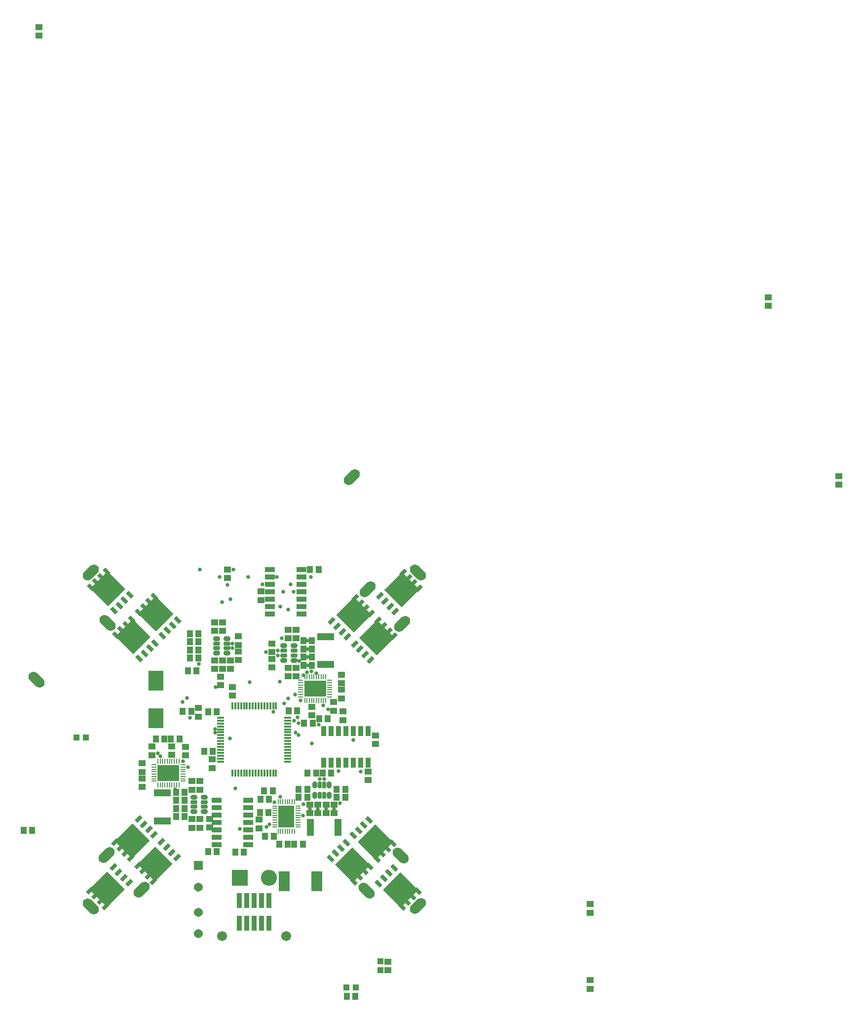
<source format=gts>
G04*
G04 #@! TF.GenerationSoftware,Altium Limited,Altium Designer,25.8.1 (18)*
G04*
G04 Layer_Color=8388736*
%FSLAX44Y44*%
%MOMM*%
G71*
G04*
G04 #@! TF.SameCoordinates,A8D3B3E1-CBBC-48C7-8EAF-3341E4FBDCCF*
G04*
G04*
G04 #@! TF.FilePolarity,Negative*
G04*
G01*
G75*
%ADD22R,0.9061X0.1925*%
%ADD25R,0.1925X0.9061*%
%ADD29R,0.3048X1.1938*%
%ADD31R,2.5000X3.5000*%
%ADD32R,1.1938X0.3048*%
%ADD40R,1.8500X3.4000*%
%ADD44R,0.8532X1.7032*%
%ADD45R,1.2032X1.0032*%
%ADD46R,1.7032X0.8532*%
%ADD47R,1.0032X1.2032*%
%ADD48R,2.8732X1.2732*%
%ADD49R,3.8000X2.8000*%
%ADD50R,1.2732X2.8732*%
%ADD51R,2.8000X3.8000*%
%ADD52R,0.9632X2.6032*%
G04:AMPARAMS|DCode=53|XSize=1.1032mm|YSize=0.8132mm|CornerRadius=0.2541mm|HoleSize=0mm|Usage=FLASHONLY|Rotation=0.000|XOffset=0mm|YOffset=0mm|HoleType=Round|Shape=RoundedRectangle|*
%AMROUNDEDRECTD53*
21,1,1.1032,0.3050,0,0,0.0*
21,1,0.5950,0.8132,0,0,0.0*
1,1,0.5082,0.2975,-0.1525*
1,1,0.5082,-0.2975,-0.1525*
1,1,0.5082,-0.2975,0.1525*
1,1,0.5082,0.2975,0.1525*
%
%ADD53ROUNDEDRECTD53*%
G04:AMPARAMS|DCode=54|XSize=1.1032mm|YSize=0.7332mm|CornerRadius=0.2341mm|HoleSize=0mm|Usage=FLASHONLY|Rotation=0.000|XOffset=0mm|YOffset=0mm|HoleType=Round|Shape=RoundedRectangle|*
%AMROUNDEDRECTD54*
21,1,1.1032,0.2650,0,0,0.0*
21,1,0.6350,0.7332,0,0,0.0*
1,1,0.4682,0.3175,-0.1325*
1,1,0.4682,-0.3175,-0.1325*
1,1,0.4682,-0.3175,0.1325*
1,1,0.4682,0.3175,0.1325*
%
%ADD54ROUNDEDRECTD54*%
G04:AMPARAMS|DCode=55|XSize=1.7272mm|YSize=3.2032mm|CornerRadius=0mm|HoleSize=0mm|Usage=FLASHONLY|Rotation=315.000|XOffset=0mm|YOffset=0mm|HoleType=Round|Shape=Round|*
%AMOVALD55*
21,1,1.4760,1.7272,0.0000,0.0000,45.0*
1,1,1.7272,-0.5219,-0.5219*
1,1,1.7272,0.5219,0.5219*
%
%ADD55OVALD55*%

G04:AMPARAMS|DCode=56|XSize=1.2192mm|YSize=0.6604mm|CornerRadius=0mm|HoleSize=0mm|Usage=FLASHONLY|Rotation=225.000|XOffset=0mm|YOffset=0mm|HoleType=Round|Shape=Rectangle|*
%AMROTATEDRECTD56*
4,1,4,0.1976,0.6645,0.6645,0.1976,-0.1976,-0.6645,-0.6645,-0.1976,0.1976,0.6645,0.0*
%
%ADD56ROTATEDRECTD56*%

%ADD57R,1.0032X1.0032*%
G04:AMPARAMS|DCode=58|XSize=1.2192mm|YSize=0.6604mm|CornerRadius=0mm|HoleSize=0mm|Usage=FLASHONLY|Rotation=135.000|XOffset=0mm|YOffset=0mm|HoleType=Round|Shape=Rectangle|*
%AMROTATEDRECTD58*
4,1,4,0.6645,-0.1976,0.1976,-0.6645,-0.6645,0.1976,-0.1976,0.6645,0.6645,-0.1976,0.0*
%
%ADD58ROTATEDRECTD58*%

G04:AMPARAMS|DCode=59|XSize=1.7272mm|YSize=3.2032mm|CornerRadius=0mm|HoleSize=0mm|Usage=FLASHONLY|Rotation=45.000|XOffset=0mm|YOffset=0mm|HoleType=Round|Shape=Round|*
%AMOVALD59*
21,1,1.4760,1.7272,0.0000,0.0000,135.0*
1,1,1.7272,0.5219,-0.5219*
1,1,1.7272,-0.5219,0.5219*
%
%ADD59OVALD59*%

G04:AMPARAMS|DCode=60|XSize=1.1032mm|YSize=0.8132mm|CornerRadius=0.2541mm|HoleSize=0mm|Usage=FLASHONLY|Rotation=90.000|XOffset=0mm|YOffset=0mm|HoleType=Round|Shape=RoundedRectangle|*
%AMROUNDEDRECTD60*
21,1,1.1032,0.3050,0,0,90.0*
21,1,0.5950,0.8132,0,0,90.0*
1,1,0.5082,0.1525,0.2975*
1,1,0.5082,0.1525,-0.2975*
1,1,0.5082,-0.1525,-0.2975*
1,1,0.5082,-0.1525,0.2975*
%
%ADD60ROUNDEDRECTD60*%
G04:AMPARAMS|DCode=61|XSize=1.1032mm|YSize=0.7332mm|CornerRadius=0.2341mm|HoleSize=0mm|Usage=FLASHONLY|Rotation=90.000|XOffset=0mm|YOffset=0mm|HoleType=Round|Shape=RoundedRectangle|*
%AMROUNDEDRECTD61*
21,1,1.1032,0.2650,0,0,90.0*
21,1,0.6350,0.7332,0,0,90.0*
1,1,0.4682,0.1325,0.3175*
1,1,0.4682,0.1325,-0.3175*
1,1,0.4682,-0.1325,-0.3175*
1,1,0.4682,-0.1325,0.3175*
%
%ADD61ROUNDEDRECTD61*%
%ADD62R,1.0032X1.0032*%
%ADD63C,2.7532*%
%ADD64C,1.5402*%
%ADD65R,1.5402X1.5402*%
%ADD66R,2.7532X2.7532*%
%ADD67C,1.7112*%
%ADD68C,0.6532*%
G36*
X-251402Y288430D02*
X-251272Y288404D01*
X-251145Y288361D01*
X-251026Y288302D01*
X-250915Y288228D01*
X-250815Y288140D01*
X-221899Y259224D01*
X-221811Y259124D01*
X-221737Y259013D01*
X-221678Y258894D01*
X-221635Y258768D01*
X-221609Y258637D01*
X-221601Y258504D01*
X-221609Y258371D01*
X-221635Y258241D01*
X-221678Y258114D01*
X-221737Y257995D01*
X-221811Y257884D01*
X-221899Y257784D01*
X-250277Y229407D01*
X-250377Y229319D01*
X-250487Y229245D01*
X-250607Y229186D01*
X-250733Y229143D01*
X-250864Y229117D01*
X-250996Y229108D01*
X-251129Y229117D01*
X-251260Y229143D01*
X-251386Y229186D01*
X-251426Y229205D01*
X-251506Y229245D01*
X-251616Y229319D01*
X-251716Y229407D01*
X-280633Y258323D01*
X-280721Y258423D01*
X-280795Y258534D01*
X-280854Y258653D01*
X-280896Y258780D01*
X-280922Y258910D01*
X-280931Y259043D01*
X-280922Y259176D01*
X-280896Y259307D01*
X-280854Y259433D01*
X-280795Y259552D01*
X-280721Y259663D01*
X-280633Y259763D01*
X-252255Y288140D01*
X-252155Y288228D01*
X-252044Y288302D01*
X-251925Y288361D01*
X-251799Y288404D01*
X-251668Y288430D01*
X-251535Y288439D01*
X-251402Y288430D01*
D02*
G37*
G36*
X253648Y286744D02*
X253778Y286718D01*
X253905Y286675D01*
X254024Y286616D01*
X254135Y286542D01*
X254235Y286454D01*
X282612Y258077D01*
X282700Y257976D01*
X282774Y257866D01*
X282833Y257746D01*
X282876Y257620D01*
X282902Y257490D01*
X282911Y257357D01*
X282902Y257224D01*
X282876Y257093D01*
X282833Y256967D01*
X282774Y256848D01*
X282700Y256737D01*
X282612Y256637D01*
X253696Y227720D01*
X253596Y227633D01*
X253485Y227558D01*
X253366Y227500D01*
X253240Y227457D01*
X253109Y227431D01*
X252976Y227422D01*
X252843Y227431D01*
X252712Y227457D01*
X252586Y227500D01*
X252467Y227558D01*
X252356Y227633D01*
X252256Y227720D01*
X223878Y256098D01*
X223791Y256198D01*
X223717Y256309D01*
X223658Y256428D01*
X223615Y256554D01*
X223589Y256685D01*
X223580Y256818D01*
X223589Y256951D01*
X223615Y257081D01*
X223658Y257207D01*
X223717Y257327D01*
X223791Y257438D01*
X223878Y257538D01*
X252795Y286454D01*
X252895Y286542D01*
X253006Y286616D01*
X253125Y286675D01*
X253251Y286718D01*
X253382Y286744D01*
X253515Y286752D01*
X253648Y286744D01*
D02*
G37*
G36*
X-168913Y245436D02*
X-168783Y245410D01*
X-168657Y245367D01*
X-168537Y245308D01*
X-168426Y245234D01*
X-168326Y245146D01*
X-139410Y216230D01*
X-139322Y216130D01*
X-139248Y216019D01*
X-139189Y215900D01*
X-139146Y215773D01*
X-139120Y215643D01*
X-139112Y215510D01*
X-139120Y215377D01*
X-139146Y215246D01*
X-139189Y215120D01*
X-139248Y215001D01*
X-139322Y214890D01*
X-139410Y214790D01*
X-167787Y186412D01*
X-167888Y186325D01*
X-167998Y186250D01*
X-168118Y186192D01*
X-168244Y186149D01*
X-168375Y186123D01*
X-168507Y186114D01*
X-168640Y186123D01*
X-168771Y186149D01*
X-168897Y186192D01*
X-169017Y186250D01*
X-169127Y186325D01*
X-169227Y186412D01*
X-198144Y215329D01*
X-198232Y215429D01*
X-198306Y215540D01*
X-198365Y215659D01*
X-198407Y215785D01*
X-198433Y215916D01*
X-198442Y216049D01*
X-198433Y216182D01*
X-198407Y216312D01*
X-198365Y216438D01*
X-198306Y216558D01*
X-198232Y216668D01*
X-198144Y216769D01*
X-169766Y245146D01*
X-169666Y245234D01*
X-169555Y245308D01*
X-169436Y245367D01*
X-169310Y245410D01*
X-169179Y245436D01*
X-169046Y245445D01*
X-168913Y245436D01*
D02*
G37*
G36*
X171399Y243509D02*
X171530Y243483D01*
X171656Y243440D01*
X171776Y243381D01*
X171886Y243307D01*
X171987Y243219D01*
X200364Y214842D01*
X200452Y214742D01*
X200526Y214631D01*
X200585Y214512D01*
X200627Y214386D01*
X200653Y214255D01*
X200662Y214122D01*
X200653Y213989D01*
X200627Y213859D01*
X200585Y213732D01*
X200526Y213613D01*
X200452Y213502D01*
X200364Y213402D01*
X171448Y184486D01*
X171347Y184398D01*
X171237Y184324D01*
X171117Y184265D01*
X170991Y184222D01*
X170861Y184196D01*
X170728Y184187D01*
X170595Y184196D01*
X170464Y184222D01*
X170338Y184265D01*
X170219Y184324D01*
X170108Y184398D01*
X170008Y184486D01*
X141630Y212863D01*
X141542Y212963D01*
X141468Y213074D01*
X141409Y213193D01*
X141367Y213319D01*
X141341Y213450D01*
X141332Y213583D01*
X141341Y213716D01*
X141367Y213846D01*
X141409Y213973D01*
X141468Y214092D01*
X141542Y214203D01*
X141630Y214303D01*
X170546Y243219D01*
X170647Y243307D01*
X170757Y243381D01*
X170877Y243440D01*
X171003Y243483D01*
X171134Y243509D01*
X171266Y243518D01*
X171399Y243509D01*
D02*
G37*
G36*
X-208168Y206182D02*
X-208037Y206155D01*
X-207911Y206113D01*
X-207792Y206054D01*
X-207681Y205980D01*
X-207581Y205892D01*
X-178664Y176976D01*
X-178664Y176976D01*
X-178576Y176875D01*
X-178502Y176765D01*
X-178443Y176645D01*
X-178400Y176519D01*
X-178375Y176388D01*
X-178366Y176256D01*
X-178375Y176123D01*
X-178400Y175992D01*
X-178443Y175866D01*
X-178463Y175826D01*
X-178502Y175746D01*
X-178576Y175636D01*
X-178664Y175536D01*
X-207042Y147158D01*
X-207142Y147070D01*
X-207253Y146996D01*
X-207372Y146937D01*
X-207498Y146895D01*
X-207629Y146869D01*
X-207762Y146860D01*
X-207895Y146869D01*
X-208025Y146895D01*
X-208151Y146937D01*
X-208271Y146996D01*
X-208382Y147070D01*
X-208482Y147158D01*
X-237398Y176075D01*
X-237486Y176175D01*
X-237560Y176285D01*
X-237619Y176405D01*
X-237662Y176531D01*
X-237688Y176662D01*
X-237696Y176795D01*
X-237688Y176928D01*
X-237662Y177058D01*
X-237619Y177184D01*
X-237560Y177304D01*
X-237486Y177414D01*
X-237398Y177514D01*
X-209021Y205892D01*
X-208920Y205980D01*
X-208810Y206054D01*
X-208690Y206113D01*
X-208564Y206155D01*
X-208433Y206182D01*
X-208301Y206190D01*
X-208168Y206182D01*
D02*
G37*
G36*
X210654Y204255D02*
X210784Y204229D01*
X210910Y204186D01*
X211030Y204127D01*
X211140Y204053D01*
X211241Y203965D01*
X239618Y175588D01*
X239706Y175487D01*
X239780Y175377D01*
X239839Y175257D01*
X239882Y175131D01*
X239908Y175001D01*
X239916Y174868D01*
X239908Y174735D01*
X239882Y174604D01*
X239839Y174478D01*
X239780Y174359D01*
X239706Y174248D01*
X239618Y174148D01*
X210702Y145231D01*
X210602Y145143D01*
X210491Y145070D01*
X210371Y145011D01*
X210245Y144968D01*
X210115Y144942D01*
X209982Y144933D01*
X209849Y144942D01*
X209718Y144968D01*
X209592Y145011D01*
X209473Y145070D01*
X209362Y145143D01*
X209262Y145231D01*
X180884Y173609D01*
X180797Y173709D01*
X180722Y173820D01*
X180664Y173939D01*
X180621Y174065D01*
X180595Y174196D01*
X180586Y174329D01*
X180595Y174462D01*
X180621Y174592D01*
X180664Y174718D01*
X180722Y174838D01*
X180797Y174949D01*
X180884Y175049D01*
X209801Y203965D01*
X209901Y204053D01*
X210012Y204127D01*
X210131Y204186D01*
X210257Y204229D01*
X210388Y204255D01*
X210521Y204263D01*
X210654Y204255D01*
D02*
G37*
G36*
X-209018Y-144222D02*
X-208888Y-144248D01*
X-208762Y-144291D01*
X-208642Y-144349D01*
X-208531Y-144424D01*
X-208431Y-144511D01*
X-180054Y-172889D01*
X-179966Y-172989D01*
X-179892Y-173100D01*
X-179833Y-173219D01*
X-179790Y-173345D01*
X-179764Y-173476D01*
X-179755Y-173609D01*
X-179764Y-173742D01*
X-179790Y-173872D01*
X-179833Y-173999D01*
X-179852Y-174038D01*
X-179892Y-174118D01*
X-179966Y-174229D01*
X-180054Y-174329D01*
X-208970Y-203245D01*
X-209070Y-203333D01*
X-209181Y-203407D01*
X-209300Y-203466D01*
X-209427Y-203509D01*
X-209557Y-203535D01*
X-209690Y-203543D01*
X-209823Y-203535D01*
X-209954Y-203509D01*
X-210080Y-203466D01*
X-210199Y-203407D01*
X-210310Y-203333D01*
X-210410Y-203245D01*
X-238788Y-174868D01*
X-238876Y-174768D01*
X-238950Y-174657D01*
X-239008Y-174537D01*
X-239051Y-174411D01*
X-239077Y-174281D01*
X-239086Y-174148D01*
X-239077Y-174015D01*
X-239051Y-173884D01*
X-239008Y-173758D01*
X-238989Y-173719D01*
X-238950Y-173639D01*
X-238876Y-173528D01*
X-238788Y-173428D01*
X-209871Y-144511D01*
X-209771Y-144424D01*
X-209660Y-144349D01*
X-209541Y-144291D01*
X-209415Y-144248D01*
X-209284Y-144222D01*
X-209151Y-144213D01*
X-209018Y-144222D01*
D02*
G37*
G36*
X207874Y-145659D02*
X208005Y-145684D01*
X208131Y-145727D01*
X208250Y-145786D01*
X208361Y-145860D01*
X208461Y-145948D01*
X237377Y-174865D01*
X237465Y-174965D01*
X237539Y-175075D01*
X237598Y-175195D01*
X237641Y-175321D01*
X237667Y-175452D01*
X237676Y-175584D01*
X237667Y-175717D01*
X237641Y-175848D01*
X237598Y-175974D01*
X237539Y-176094D01*
X237465Y-176204D01*
X237377Y-176304D01*
X209000Y-204682D01*
X208900Y-204770D01*
X208789Y-204844D01*
X208670Y-204903D01*
X208543Y-204946D01*
X208413Y-204972D01*
X208280Y-204980D01*
X208147Y-204972D01*
X208016Y-204946D01*
X207890Y-204903D01*
X207771Y-204844D01*
X207660Y-204770D01*
X207560Y-204682D01*
X178643Y-175766D01*
X178556Y-175665D01*
X178482Y-175555D01*
X178423Y-175435D01*
X178380Y-175309D01*
X178354Y-175179D01*
X178345Y-175046D01*
X178354Y-174913D01*
X178380Y-174782D01*
X178423Y-174656D01*
X178482Y-174536D01*
X178556Y-174426D01*
X178643Y-174326D01*
X207021Y-145948D01*
X207121Y-145860D01*
X207232Y-145786D01*
X207351Y-145727D01*
X207478Y-145684D01*
X207608Y-145659D01*
X207741Y-145650D01*
X207874Y-145659D01*
D02*
G37*
G36*
X-169764Y-183476D02*
X-169634Y-183502D01*
X-169507Y-183545D01*
X-169388Y-183604D01*
X-169277Y-183678D01*
X-169177Y-183766D01*
X-140800Y-212143D01*
X-140712Y-212243D01*
X-140638Y-212354D01*
X-140579Y-212474D01*
X-140536Y-212600D01*
X-140510Y-212730D01*
X-140501Y-212863D01*
X-140510Y-212996D01*
X-140536Y-213127D01*
X-140579Y-213253D01*
X-140638Y-213372D01*
X-140712Y-213483D01*
X-140800Y-213583D01*
X-169716Y-242500D01*
X-169816Y-242587D01*
X-169927Y-242661D01*
X-170046Y-242720D01*
X-170172Y-242763D01*
X-170303Y-242789D01*
X-170436Y-242798D01*
X-170569Y-242789D01*
X-170699Y-242763D01*
X-170826Y-242720D01*
X-170945Y-242661D01*
X-171056Y-242587D01*
X-171156Y-242500D01*
X-199533Y-214122D01*
X-199621Y-214022D01*
X-199695Y-213911D01*
X-199754Y-213792D01*
X-199797Y-213666D01*
X-199823Y-213535D01*
X-199832Y-213402D01*
X-199823Y-213269D01*
X-199797Y-213138D01*
X-199754Y-213012D01*
X-199695Y-212893D01*
X-199621Y-212782D01*
X-199533Y-212682D01*
X-170617Y-183766D01*
X-170517Y-183678D01*
X-170406Y-183604D01*
X-170287Y-183545D01*
X-170161Y-183502D01*
X-170030Y-183476D01*
X-169897Y-183467D01*
X-169764Y-183476D01*
D02*
G37*
G36*
X168620Y-184913D02*
X168750Y-184939D01*
X168876Y-184981D01*
X168996Y-185040D01*
X169107Y-185114D01*
X169207Y-185202D01*
X198123Y-214119D01*
X198211Y-214219D01*
X198285Y-214330D01*
X198344Y-214449D01*
X198387Y-214575D01*
X198413Y-214706D01*
X198421Y-214839D01*
X198413Y-214972D01*
X198387Y-215102D01*
X198344Y-215228D01*
X198285Y-215348D01*
X198211Y-215459D01*
X198123Y-215559D01*
X169746Y-243936D01*
X169646Y-244024D01*
X169535Y-244098D01*
X169415Y-244157D01*
X169289Y-244200D01*
X169159Y-244226D01*
X169026Y-244234D01*
X168893Y-244226D01*
X168762Y-244200D01*
X168636Y-244157D01*
X168517Y-244098D01*
X168406Y-244024D01*
X168306Y-243936D01*
X139389Y-215020D01*
X139302Y-214920D01*
X139228Y-214809D01*
X139169Y-214690D01*
X139126Y-214563D01*
X139100Y-214433D01*
X139091Y-214300D01*
X139100Y-214167D01*
X139126Y-214036D01*
X139169Y-213910D01*
X139228Y-213791D01*
X139302Y-213680D01*
X139389Y-213580D01*
X167767Y-185202D01*
X167867Y-185114D01*
X167978Y-185040D01*
X168097Y-184981D01*
X168223Y-184939D01*
X168354Y-184913D01*
X168487Y-184904D01*
X168620Y-184913D01*
D02*
G37*
G36*
X-252013Y-226711D02*
X-251882Y-226737D01*
X-251756Y-226780D01*
X-251637Y-226838D01*
X-251526Y-226912D01*
X-251426Y-227000D01*
X-223048Y-255378D01*
X-222960Y-255478D01*
X-222886Y-255589D01*
X-222827Y-255708D01*
X-222784Y-255834D01*
X-222759Y-255965D01*
X-222750Y-256098D01*
X-222759Y-256231D01*
X-222784Y-256361D01*
X-222827Y-256488D01*
X-222886Y-256607D01*
X-222960Y-256718D01*
X-223048Y-256818D01*
X-251964Y-285734D01*
X-252064Y-285822D01*
X-252175Y-285896D01*
X-252295Y-285955D01*
X-252421Y-285998D01*
X-252551Y-286024D01*
X-252684Y-286032D01*
X-252817Y-286024D01*
X-252948Y-285998D01*
X-253074Y-285955D01*
X-253193Y-285896D01*
X-253304Y-285822D01*
X-253404Y-285734D01*
X-281782Y-257357D01*
X-281870Y-257257D01*
X-281944Y-257146D01*
X-282003Y-257026D01*
X-282045Y-256900D01*
X-282071Y-256770D01*
X-282080Y-256637D01*
X-282071Y-256504D01*
X-282045Y-256373D01*
X-282003Y-256247D01*
X-281983Y-256208D01*
X-281944Y-256128D01*
X-281870Y-256017D01*
X-281782Y-255917D01*
X-252866Y-227000D01*
X-252765Y-226912D01*
X-252655Y-226838D01*
X-252535Y-226780D01*
X-252409Y-226737D01*
X-252278Y-226711D01*
X-252146Y-226702D01*
X-252013Y-226711D01*
D02*
G37*
G36*
X251109Y-227907D02*
X251239Y-227933D01*
X251366Y-227976D01*
X251485Y-228035D01*
X251596Y-228109D01*
X251696Y-228197D01*
X280612Y-257113D01*
X280700Y-257213D01*
X280774Y-257324D01*
X280833Y-257443D01*
X280876Y-257569D01*
X280902Y-257700D01*
X280910Y-257833D01*
X280902Y-257966D01*
X280876Y-258096D01*
X280833Y-258223D01*
X280774Y-258342D01*
X280700Y-258453D01*
X280612Y-258553D01*
X252235Y-286931D01*
X252134Y-287018D01*
X252024Y-287092D01*
X251904Y-287151D01*
X251778Y-287194D01*
X251647Y-287220D01*
X251515Y-287229D01*
X251382Y-287220D01*
X251251Y-287194D01*
X251125Y-287151D01*
X251005Y-287092D01*
X250895Y-287018D01*
X250795Y-286931D01*
X221878Y-258014D01*
X221790Y-257914D01*
X221716Y-257803D01*
X221658Y-257684D01*
X221615Y-257558D01*
X221589Y-257427D01*
X221580Y-257294D01*
X221589Y-257161D01*
X221615Y-257031D01*
X221658Y-256904D01*
X221716Y-256785D01*
X221790Y-256674D01*
X221878Y-256574D01*
X250256Y-228197D01*
X250356Y-228109D01*
X250467Y-228035D01*
X250586Y-227976D01*
X250712Y-227933D01*
X250843Y-227907D01*
X250976Y-227898D01*
X251109Y-227907D01*
D02*
G37*
D22*
X35102Y-117865D02*
D03*
X75162Y-125865D02*
D03*
Y-133865D02*
D03*
X35102Y-125865D02*
D03*
X-122238Y-43258D02*
D03*
Y-47258D02*
D03*
Y-51258D02*
D03*
Y-55258D02*
D03*
Y-59258D02*
D03*
Y-63258D02*
D03*
Y-67258D02*
D03*
Y-71258D02*
D03*
X-172298D02*
D03*
Y-67258D02*
D03*
Y-63258D02*
D03*
Y-59258D02*
D03*
Y-55258D02*
D03*
Y-51258D02*
D03*
Y-47258D02*
D03*
Y-43258D02*
D03*
X35102Y-129865D02*
D03*
Y-113865D02*
D03*
X79618Y73376D02*
D03*
Y77376D02*
D03*
Y81376D02*
D03*
Y85376D02*
D03*
Y89376D02*
D03*
Y93376D02*
D03*
Y97376D02*
D03*
Y101376D02*
D03*
X129678Y97376D02*
D03*
Y81376D02*
D03*
Y77376D02*
D03*
Y89376D02*
D03*
Y73376D02*
D03*
Y101376D02*
D03*
Y85376D02*
D03*
Y93376D02*
D03*
X75162Y-113865D02*
D03*
Y-117865D02*
D03*
Y-121865D02*
D03*
Y-129865D02*
D03*
Y-137865D02*
D03*
Y-141865D02*
D03*
Y-145865D02*
D03*
Y-149865D02*
D03*
X35102D02*
D03*
Y-145865D02*
D03*
Y-141865D02*
D03*
Y-137865D02*
D03*
Y-133865D02*
D03*
Y-121865D02*
D03*
D25*
X-141268Y-77288D02*
D03*
X-149268D02*
D03*
X-141268Y-37228D02*
D03*
X106648Y107406D02*
D03*
X98648Y107406D02*
D03*
Y67346D02*
D03*
X-129268Y-77288D02*
D03*
X-133268D02*
D03*
X-137268D02*
D03*
X-145268D02*
D03*
X-153268D02*
D03*
X-157268D02*
D03*
X-161268D02*
D03*
X-165268D02*
D03*
Y-37228D02*
D03*
X-161268D02*
D03*
X-157268D02*
D03*
X-153268D02*
D03*
X-149268D02*
D03*
X-137268D02*
D03*
X-133268D02*
D03*
X-129268D02*
D03*
X-145268D02*
D03*
X102648Y67346D02*
D03*
X86648Y67346D02*
D03*
Y107406D02*
D03*
X90648D02*
D03*
X94648D02*
D03*
X102648Y107406D02*
D03*
X118648Y67346D02*
D03*
X114648D02*
D03*
X110648D02*
D03*
X106648Y67346D02*
D03*
X94648Y67346D02*
D03*
X90648D02*
D03*
X122648D02*
D03*
Y107406D02*
D03*
X118648D02*
D03*
X114648D02*
D03*
X110648D02*
D03*
X41132Y-106835D02*
D03*
X45132D02*
D03*
X49132D02*
D03*
X53132D02*
D03*
X57132D02*
D03*
X61132D02*
D03*
X65132D02*
D03*
X69132D02*
D03*
Y-156895D02*
D03*
X65132D02*
D03*
X61132D02*
D03*
X57132D02*
D03*
X53132D02*
D03*
X49132D02*
D03*
X45132D02*
D03*
X41132D02*
D03*
D29*
X-32500Y57500D02*
D03*
Y-57500D02*
D03*
X-37500Y57500D02*
D03*
X37500Y-57500D02*
D03*
X-27500D02*
D03*
X27500D02*
D03*
X22500D02*
D03*
X17500D02*
D03*
X-17500Y57500D02*
D03*
X-27500D02*
D03*
X-22500D02*
D03*
X-12500D02*
D03*
X-7500D02*
D03*
X-2500D02*
D03*
X2500D02*
D03*
X7500D02*
D03*
X12500D02*
D03*
X17500D02*
D03*
X22500D02*
D03*
X27500D02*
D03*
X32500D02*
D03*
X37500D02*
D03*
X32500Y-57500D02*
D03*
X12500D02*
D03*
X7500D02*
D03*
X2500D02*
D03*
X-2500D02*
D03*
X-7500D02*
D03*
X-12500D02*
D03*
X-17500D02*
D03*
X-22500D02*
D03*
X-37500D02*
D03*
D31*
X-168402Y36334D02*
D03*
Y101334D02*
D03*
D32*
X-57500Y-17500D02*
D03*
X57500Y37500D02*
D03*
X-57500D02*
D03*
Y-22500D02*
D03*
X57500Y-32500D02*
D03*
Y-27500D02*
D03*
Y-12500D02*
D03*
Y-17500D02*
D03*
Y-22500D02*
D03*
Y-37500D02*
D03*
Y32500D02*
D03*
Y27500D02*
D03*
Y22500D02*
D03*
Y17500D02*
D03*
Y12500D02*
D03*
Y7500D02*
D03*
Y2500D02*
D03*
Y-2500D02*
D03*
Y-7500D02*
D03*
X-57500Y-37500D02*
D03*
Y-32500D02*
D03*
Y-27500D02*
D03*
Y-12500D02*
D03*
Y-7500D02*
D03*
Y-2500D02*
D03*
Y2500D02*
D03*
Y7500D02*
D03*
Y12500D02*
D03*
Y17500D02*
D03*
Y22500D02*
D03*
Y27500D02*
D03*
Y32500D02*
D03*
D40*
X51752Y-242570D02*
D03*
X107252D02*
D03*
D44*
X195326Y-39192D02*
D03*
X182626D02*
D03*
X144526D02*
D03*
X131826D02*
D03*
X119126D02*
D03*
Y14808D02*
D03*
X131826D02*
D03*
X144526D02*
D03*
X169926D02*
D03*
X182626D02*
D03*
X195326D02*
D03*
X157226D02*
D03*
X169926Y-39192D02*
D03*
X157226D02*
D03*
D45*
X1003363Y436702D02*
D03*
X882205Y743534D02*
D03*
X152146Y48244D02*
D03*
X136144Y64246D02*
D03*
X-175423Y-26494D02*
D03*
X576642Y-296850D02*
D03*
X229362Y-380778D02*
D03*
X576642Y-427152D02*
D03*
X11430Y239125D02*
D03*
X-26860Y151050D02*
D03*
Y162258D02*
D03*
X-37500Y90170D02*
D03*
X-54292Y186134D02*
D03*
X-68008D02*
D03*
X-40576Y120856D02*
D03*
X-68008Y135556D02*
D03*
X-54292D02*
D03*
X-369003Y1206322D02*
D03*
X-92952Y-85916D02*
D03*
Y-71216D02*
D03*
X-72136Y-33814D02*
D03*
Y-48514D02*
D03*
X-106668Y-85900D02*
D03*
Y-71200D02*
D03*
X-76454Y-136160D02*
D03*
Y-150860D02*
D03*
X-192480Y-81356D02*
D03*
Y-66656D02*
D03*
Y-55464D02*
D03*
Y-40764D02*
D03*
X-175423Y-11794D02*
D03*
X-141680Y-11570D02*
D03*
Y-26270D02*
D03*
X-106668Y-136478D02*
D03*
Y-151178D02*
D03*
X-92952Y-136494D02*
D03*
Y-151194D02*
D03*
X-117511Y-12556D02*
D03*
Y-27256D02*
D03*
X1003363Y451402D02*
D03*
X576642Y-282150D02*
D03*
Y-412452D02*
D03*
X-369003Y1221022D02*
D03*
X-57594Y108140D02*
D03*
Y93440D02*
D03*
X-68008Y120856D02*
D03*
X-54292D02*
D03*
X-40576Y135556D02*
D03*
X-26860Y176958D02*
D03*
Y136350D02*
D03*
X-68008Y200834D02*
D03*
X-54292D02*
D03*
X-45998Y276658D02*
D03*
Y291358D02*
D03*
X-95440Y39338D02*
D03*
Y54038D02*
D03*
X882205Y758234D02*
D03*
X152146Y33544D02*
D03*
X11430Y253825D02*
D03*
X-37500Y75470D02*
D03*
X208280Y-7620D02*
D03*
Y7080D02*
D03*
X137158Y-126261D02*
D03*
Y-111561D02*
D03*
X8128Y-151876D02*
D03*
Y-137176D02*
D03*
X109218Y-126261D02*
D03*
Y-111561D02*
D03*
X95248Y-126261D02*
D03*
Y-111561D02*
D03*
X123188Y-126245D02*
D03*
Y-111545D02*
D03*
X195326Y-69580D02*
D03*
Y-54880D02*
D03*
X229362Y-395478D02*
D03*
X149860Y85582D02*
D03*
Y111474D02*
D03*
Y96774D02*
D03*
X136144Y49546D02*
D03*
X149860Y70882D02*
D03*
X99060Y56388D02*
D03*
Y41688D02*
D03*
X30464Y123848D02*
D03*
Y138548D02*
D03*
Y164472D02*
D03*
Y149772D02*
D03*
X71628Y188436D02*
D03*
Y173736D02*
D03*
X57912Y188452D02*
D03*
Y173752D02*
D03*
Y108474D02*
D03*
Y123174D02*
D03*
X71628Y108458D02*
D03*
Y123158D02*
D03*
D46*
X-64247Y-141826D02*
D03*
X81022Y253576D02*
D03*
X-64247Y-179926D02*
D03*
Y-167226D02*
D03*
Y-129126D02*
D03*
Y-116426D02*
D03*
Y-103726D02*
D03*
X-10247D02*
D03*
Y-116426D02*
D03*
Y-129126D02*
D03*
Y-154526D02*
D03*
Y-167226D02*
D03*
Y-179926D02*
D03*
X-64247Y-154526D02*
D03*
X-10247Y-141826D02*
D03*
X27022Y253576D02*
D03*
Y291676D02*
D03*
Y278976D02*
D03*
X27022Y266276D02*
D03*
X27022Y240876D02*
D03*
X27022Y228176D02*
D03*
Y215476D02*
D03*
X81022D02*
D03*
Y228176D02*
D03*
X81022Y240876D02*
D03*
X81022Y278976D02*
D03*
Y291676D02*
D03*
Y266276D02*
D03*
D47*
X-142895Y922D02*
D03*
X85614Y28194D02*
D03*
X158766Y-439674D02*
D03*
X-113712Y117808D02*
D03*
X73882Y49276D02*
D03*
X33512Y-165354D02*
D03*
X-79232Y47752D02*
D03*
X31734Y-87884D02*
D03*
X-86090Y-20320D02*
D03*
X-395908Y-155642D02*
D03*
X-134084Y-90234D02*
D03*
X-119384D02*
D03*
X-134084Y-104204D02*
D03*
X-119384D02*
D03*
X-134068Y-118174D02*
D03*
X-119368D02*
D03*
X-134084Y-132144D02*
D03*
X-119384D02*
D03*
X-128195Y922D02*
D03*
X-168803D02*
D03*
X-154103D02*
D03*
X-78962Y-192278D02*
D03*
X-32675Y-192880D02*
D03*
X-17975D02*
D03*
X-64262Y-192278D02*
D03*
X-381208Y-155642D02*
D03*
X-110156Y167830D02*
D03*
X-110156Y139890D02*
D03*
X-122602Y48466D02*
D03*
X-110156Y153860D02*
D03*
X-64532Y47752D02*
D03*
X-99012Y117808D02*
D03*
X-95456Y139890D02*
D03*
X-95456Y167830D02*
D03*
Y153860D02*
D03*
Y181800D02*
D03*
X-110156D02*
D03*
X-107902Y48466D02*
D03*
X59182Y49276D02*
D03*
X-71390Y-20320D02*
D03*
X10430Y-102108D02*
D03*
X25130D02*
D03*
X141508Y-85129D02*
D03*
X156208D02*
D03*
X141492Y-98845D02*
D03*
X156192D02*
D03*
X117528Y-57681D02*
D03*
X132228D02*
D03*
X57404Y-179070D02*
D03*
X42704D02*
D03*
X17034Y-87884D02*
D03*
X18812Y-165354D02*
D03*
X90930Y-85129D02*
D03*
X76230D02*
D03*
X90914Y-98845D02*
D03*
X76214D02*
D03*
X83296Y-179070D02*
D03*
X68596D02*
D03*
X9668Y-124714D02*
D03*
X24368D02*
D03*
X106304Y-57681D02*
D03*
X91604D02*
D03*
X173466Y-439674D02*
D03*
X111522Y36068D02*
D03*
X126222D02*
D03*
X95774Y291676D02*
D03*
X110474D02*
D03*
X100314Y28194D02*
D03*
X99044Y169402D02*
D03*
X84344D02*
D03*
X99028Y155432D02*
D03*
X84328Y155432D02*
D03*
X84344Y141462D02*
D03*
X99044D02*
D03*
X84344Y127492D02*
D03*
X99044Y127492D02*
D03*
D48*
X122936Y176378D02*
D03*
X-157976Y-139120D02*
D03*
Y-91520D02*
D03*
X122936Y128778D02*
D03*
D49*
X104648Y87376D02*
D03*
X-147268Y-57258D02*
D03*
D50*
X144134Y-150153D02*
D03*
X96534D02*
D03*
D51*
X55132Y-131865D02*
D03*
D52*
X25400Y-315156D02*
D03*
X0D02*
D03*
X-12700D02*
D03*
X-25400Y-315156D02*
D03*
X25400Y-276156D02*
D03*
X12700Y-276156D02*
D03*
Y-315156D02*
D03*
X0Y-276156D02*
D03*
X-12700D02*
D03*
X-25400Y-276156D02*
D03*
D53*
X-103072Y-98660D02*
D03*
Y-123460D02*
D03*
X-85372D02*
D03*
Y-98660D02*
D03*
X-46712Y148318D02*
D03*
Y173118D02*
D03*
X-64412D02*
D03*
Y148318D02*
D03*
X50332Y135918D02*
D03*
X50332Y160718D02*
D03*
X68032Y160718D02*
D03*
X68032Y135918D02*
D03*
D54*
X-103072Y-107060D02*
D03*
Y-115060D02*
D03*
X-85372D02*
D03*
Y-107060D02*
D03*
X-46712Y156718D02*
D03*
Y164718D02*
D03*
X-64412D02*
D03*
Y156718D02*
D03*
X50332Y144318D02*
D03*
X50332Y152318D02*
D03*
X68032Y152318D02*
D03*
X68032Y144318D02*
D03*
D55*
X-253423Y-197908D02*
D03*
X-280691Y286452D02*
D03*
X280670Y-285242D02*
D03*
X-193479Y-256836D02*
D03*
X194310Y257556D02*
D03*
X254254Y198628D02*
D03*
X167640Y449834D02*
D03*
D56*
X-211845Y-203244D02*
D03*
X-220826Y-194263D02*
D03*
X-229806Y-185283D02*
D03*
X-238786Y-176303D02*
D03*
X-132360Y-202266D02*
D03*
X-141340Y-193286D02*
D03*
X-150320Y-184306D02*
D03*
X-214608Y-245501D02*
D03*
X-223588Y-236521D02*
D03*
X-171614Y-163012D02*
D03*
X-232569Y-227541D02*
D03*
X-180594Y-154032D02*
D03*
X-189574Y-145052D02*
D03*
X215439Y246221D02*
D03*
X224419Y237241D02*
D03*
X233399Y228261D02*
D03*
X181425Y154752D02*
D03*
X190405Y145772D02*
D03*
X172444Y163732D02*
D03*
X142170Y194006D02*
D03*
X151151Y185026D02*
D03*
X133190Y202986D02*
D03*
X199385Y136791D02*
D03*
X242379Y219280D02*
D03*
X160131Y176046D02*
D03*
X-172591Y-242498D02*
D03*
X-181571Y-233518D02*
D03*
X-190552Y-224538D02*
D03*
X-199532Y-215557D02*
D03*
X-159300Y-175326D02*
D03*
X-254840Y-285733D02*
D03*
X-263820Y-276752D02*
D03*
X-272800Y-267772D02*
D03*
X-281780Y-258792D02*
D03*
X-241549Y-218560D02*
D03*
X-198555Y-136071D02*
D03*
X255670Y286453D02*
D03*
X264650Y277472D02*
D03*
X273631Y268492D02*
D03*
X282611Y259512D02*
D03*
X239617Y177023D02*
D03*
X230636Y186003D02*
D03*
X221656Y194984D02*
D03*
X212676Y203964D02*
D03*
X173422Y243218D02*
D03*
X182402Y234238D02*
D03*
X191382Y225257D02*
D03*
X200362Y216277D02*
D03*
D57*
X-304610Y3616D02*
D03*
X-288610D02*
D03*
X158116Y-425196D02*
D03*
X174116D02*
D03*
D58*
X-237397Y178950D02*
D03*
X-228416Y187930D02*
D03*
X-219436Y196910D02*
D03*
X-210456Y205891D02*
D03*
X-170224Y165659D02*
D03*
X-197165Y138718D02*
D03*
X-188185Y147698D02*
D03*
X-179205Y156679D02*
D03*
X-280631Y261198D02*
D03*
X-271651Y270179D02*
D03*
X-262671Y279159D02*
D03*
X-253691Y288139D02*
D03*
X-213459Y247907D02*
D03*
X-240400Y220967D02*
D03*
X-231420Y229947D02*
D03*
X-222439Y238927D02*
D03*
X-198142Y218204D02*
D03*
X-189162Y227184D02*
D03*
X-180182Y236164D02*
D03*
X-171202Y245145D02*
D03*
X-130970Y204913D02*
D03*
X-157911Y177972D02*
D03*
X-148931Y186953D02*
D03*
X-139950Y195933D02*
D03*
X240379Y-219757D02*
D03*
X197144Y-137508D02*
D03*
X231399Y-228737D02*
D03*
X222419Y-237717D02*
D03*
X188164Y-146488D02*
D03*
X179184Y-155469D02*
D03*
X157890Y-176762D02*
D03*
X148910Y-185743D02*
D03*
X139930Y-194723D02*
D03*
X198122Y-216994D02*
D03*
X189141Y-225974D02*
D03*
X180161Y-234954D02*
D03*
X171181Y-243935D02*
D03*
X237376Y-177740D02*
D03*
X228396Y-186720D02*
D03*
X219415Y-195700D02*
D03*
X210435Y-204681D02*
D03*
X280611Y-259988D02*
D03*
X271630Y-268968D02*
D03*
X262650Y-277949D02*
D03*
X253670Y-286929D02*
D03*
X213438Y-246697D02*
D03*
X130949Y-203703D02*
D03*
X170204Y-164449D02*
D03*
D59*
X-251735Y199838D02*
D03*
X-373655Y102810D02*
D03*
X192786Y-258572D02*
D03*
X251714Y-198628D02*
D03*
X-280093Y-285792D02*
D03*
X280924Y286512D02*
D03*
D60*
X103674Y-95249D02*
D03*
X128474D02*
D03*
Y-77549D02*
D03*
X103674D02*
D03*
D61*
X112074Y-95249D02*
D03*
X120074D02*
D03*
Y-77549D02*
D03*
X112074D02*
D03*
D62*
X216662Y-395604D02*
D03*
Y-379604D02*
D03*
D63*
X25000Y-236550D02*
D03*
D64*
X-96012Y-295730D02*
D03*
Y-332730D02*
D03*
Y-252730D02*
D03*
D65*
Y-215730D02*
D03*
D66*
X-25000Y-236550D02*
D03*
D67*
X55000Y-336550D02*
D03*
X-55000D02*
D03*
D68*
X110744Y25654D02*
D03*
X-24384Y-152908D02*
D03*
X-135280Y-85438D02*
D03*
X-31913Y-83914D02*
D03*
X106680Y113792D02*
D03*
X77216Y134874D02*
D03*
X75692Y27940D02*
D03*
X74660Y38100D02*
D03*
X147066Y-108966D02*
D03*
X84328Y-110998D02*
D03*
X67564Y253492D02*
D03*
X46990Y173736D02*
D03*
X44196Y99060D02*
D03*
X20320Y150114D02*
D03*
X-113740Y-47098D02*
D03*
X-122376Y-36684D02*
D03*
X-165263Y-23462D02*
D03*
X-161238Y-28556D02*
D03*
X26430Y-145835D02*
D03*
X112076Y-67921D02*
D03*
X44972Y-98337D02*
D03*
X21336Y-149860D02*
D03*
X-122872Y64468D02*
D03*
X-7366Y98552D02*
D03*
X-110490Y37846D02*
D03*
X-114998Y71072D02*
D03*
X-66230Y89868D02*
D03*
X-59118Y278590D02*
D03*
X-94678Y129492D02*
D03*
X-54800Y235156D02*
D03*
X-37084Y156718D02*
D03*
Y164846D02*
D03*
X-45998Y265466D02*
D03*
X-10350Y278844D02*
D03*
X-35584Y291120D02*
D03*
X-93496Y291374D02*
D03*
X-41172Y240320D02*
D03*
X13970Y266446D02*
D03*
X-41656Y1778D02*
D03*
X99314Y-6858D02*
D03*
X169672Y-762D02*
D03*
X182626Y-54610D02*
D03*
X144272Y-54102D02*
D03*
X39204Y278722D02*
D03*
X62738Y266192D02*
D03*
X58166Y70866D02*
D03*
X69850Y77470D02*
D03*
X84896Y110565D02*
D03*
X83312Y-129794D02*
D03*
X137160Y-118811D02*
D03*
X123190D02*
D03*
X109220D02*
D03*
X95250Y-118811D02*
D03*
X70612Y12446D02*
D03*
X120204Y-67921D02*
D03*
X34558Y-106973D02*
D03*
X75946Y7620D02*
D03*
X118618Y58674D02*
D03*
X126492Y52070D02*
D03*
X90678Y115316D02*
D03*
X98298Y117094D02*
D03*
X79756Y66802D02*
D03*
X68834Y32512D02*
D03*
X51816Y62230D02*
D03*
X58420Y222758D02*
D03*
X91610Y127492D02*
D03*
X91610Y169402D02*
D03*
X91610Y155432D02*
D03*
X91594Y141478D02*
D03*
X32512Y47244D02*
D03*
X49618Y253068D02*
D03*
X40704Y144320D02*
D03*
Y152448D02*
D03*
X44792Y227922D02*
D03*
X97116Y278976D02*
D03*
X-67310Y18034D02*
D03*
X-67052Y11839D02*
D03*
M02*

</source>
